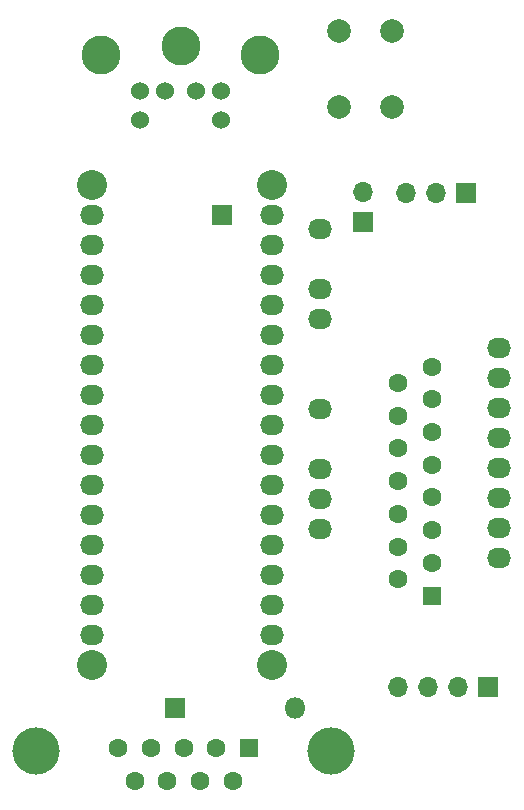
<source format=gbr>
%TF.GenerationSoftware,KiCad,Pcbnew,(6.0.2)*%
%TF.CreationDate,2024-04-06T20:18:03+01:00*%
%TF.ProjectId,amigaps2 revision1.6,616d6967-6170-4733-9220-726576697369,rev?*%
%TF.SameCoordinates,Original*%
%TF.FileFunction,Soldermask,Top*%
%TF.FilePolarity,Negative*%
%FSLAX46Y46*%
G04 Gerber Fmt 4.6, Leading zero omitted, Abs format (unit mm)*
G04 Created by KiCad (PCBNEW (6.0.2)) date 2024-04-06 20:18:03*
%MOMM*%
%LPD*%
G01*
G04 APERTURE LIST*
%ADD10O,2.032000X1.727200*%
%ADD11C,2.540000*%
%ADD12R,1.700000X1.700000*%
%ADD13O,1.700000X1.700000*%
%ADD14C,1.600000*%
%ADD15C,4.000000*%
%ADD16R,1.600000X1.600000*%
%ADD17R,1.800000X1.800000*%
%ADD18O,1.800000X1.800000*%
%ADD19C,1.524000*%
%ADD20C,3.300000*%
%ADD21C,2.000000*%
G04 APERTURE END LIST*
D10*
%TO.C,P1*%
X139446000Y-71247000D03*
X139446000Y-73787000D03*
X139446000Y-76327000D03*
X139446000Y-78867000D03*
X139446000Y-81407000D03*
X139446000Y-83947000D03*
X139446000Y-86487000D03*
X139446000Y-91567000D03*
X139446000Y-94107000D03*
X139446000Y-96647000D03*
X139446000Y-99187000D03*
X139446000Y-101727000D03*
X139446000Y-104267000D03*
X139446000Y-106807000D03*
X139446000Y-89027000D03*
%TD*%
%TO.C,P2*%
X154686000Y-71247000D03*
X154686000Y-73787000D03*
X154686000Y-76327000D03*
X154686000Y-78867000D03*
X154686000Y-81407000D03*
X154686000Y-83947000D03*
X154686000Y-86487000D03*
X154686000Y-89027000D03*
X154686000Y-91567000D03*
X154686000Y-94107000D03*
X154686000Y-96647000D03*
X154686000Y-99187000D03*
X154686000Y-101727000D03*
X154686000Y-104267000D03*
X154686000Y-106807000D03*
%TD*%
D11*
%TO.C,P3*%
X139446000Y-68707000D03*
%TD*%
%TO.C,P4*%
X139446000Y-109347000D03*
%TD*%
%TO.C,P5*%
X154686000Y-109347000D03*
%TD*%
%TO.C,P6*%
X154686000Y-68707000D03*
%TD*%
D10*
%TO.C,*%
X173959507Y-97770000D03*
%TD*%
%TO.C,*%
X173959507Y-85070000D03*
%TD*%
D12*
%TO.C,REF\u002A\u002A*%
X162458400Y-71780400D03*
D13*
X162458400Y-69240400D03*
%TD*%
D14*
%TO.C,*%
X165384200Y-93759200D03*
%TD*%
D10*
%TO.C,*%
X173959507Y-95230000D03*
%TD*%
%TO.C,*%
X158750000Y-80010000D03*
%TD*%
D14*
%TO.C,*%
X165384200Y-96529200D03*
%TD*%
D10*
%TO.C,*%
X173959507Y-100310000D03*
%TD*%
%TO.C,*%
X173959507Y-90150000D03*
%TD*%
%TO.C,*%
X173959507Y-87610000D03*
%TD*%
D14*
%TO.C,*%
X165384200Y-102069200D03*
%TD*%
D12*
%TO.C,CONFIG*%
X171181000Y-69367000D03*
D13*
X168641000Y-69367000D03*
X166101000Y-69367000D03*
%TD*%
D14*
%TO.C,*%
X168224200Y-89604200D03*
%TD*%
D10*
%TO.C,*%
X158750000Y-87630000D03*
%TD*%
D15*
%TO.C,Female DSUB9 connector*%
X134741000Y-116632000D03*
X159741000Y-116632000D03*
D14*
X148626000Y-119172000D03*
X145856000Y-119172000D03*
X150011000Y-116332000D03*
X144471000Y-116332000D03*
X151396000Y-119172000D03*
X141701000Y-116332000D03*
X143086000Y-119172000D03*
D16*
X152781000Y-116332000D03*
D14*
X147241000Y-116332000D03*
%TD*%
D17*
%TO.C,DIODE*%
X146470000Y-113010000D03*
D18*
X156630000Y-113010000D03*
%TD*%
D10*
%TO.C,*%
X158750000Y-95250000D03*
%TD*%
D14*
%TO.C,*%
X168224200Y-95144200D03*
%TD*%
%TO.C,*%
X168224200Y-84064200D03*
%TD*%
D19*
%TO.C,J1*%
X143568000Y-60706000D03*
X150368000Y-60706000D03*
D20*
X146968000Y-56906000D03*
X140218000Y-57706000D03*
X153718000Y-57706000D03*
D19*
X143568000Y-63206000D03*
X150368000Y-63206000D03*
X145668000Y-60706000D03*
X148268000Y-60706000D03*
%TD*%
D16*
%TO.C,*%
X168224200Y-103454200D03*
%TD*%
D12*
%TO.C,REF\u002A\u002A*%
X173020000Y-111175000D03*
D13*
X170480000Y-111175000D03*
X167940000Y-111175000D03*
X165400000Y-111175000D03*
%TD*%
D10*
%TO.C,*%
X158750000Y-77470000D03*
%TD*%
D14*
%TO.C,*%
X165384200Y-90989200D03*
%TD*%
D10*
%TO.C,*%
X173959507Y-82530000D03*
%TD*%
D14*
%TO.C,*%
X168224200Y-100684200D03*
%TD*%
D10*
%TO.C,*%
X173959507Y-92690000D03*
%TD*%
%TO.C,*%
X158750000Y-97790000D03*
%TD*%
D14*
%TO.C,*%
X168224200Y-97914200D03*
%TD*%
D21*
%TO.C,MouseDPI*%
X164846000Y-62126000D03*
X164846000Y-55626000D03*
X160346000Y-62126000D03*
X160346000Y-55626000D03*
%TD*%
D12*
%TO.C,REF\u002A\u002A*%
X150469600Y-71221600D03*
%TD*%
D14*
%TO.C,*%
X165384200Y-99299200D03*
%TD*%
%TO.C,*%
X165384200Y-85449200D03*
%TD*%
D10*
%TO.C,*%
X158750000Y-72390000D03*
%TD*%
%TO.C,*%
X158750000Y-92710000D03*
%TD*%
D14*
%TO.C,*%
X168224200Y-86834200D03*
%TD*%
%TO.C,*%
X165384200Y-88219200D03*
%TD*%
%TO.C,*%
X168224200Y-92374200D03*
%TD*%
M02*

</source>
